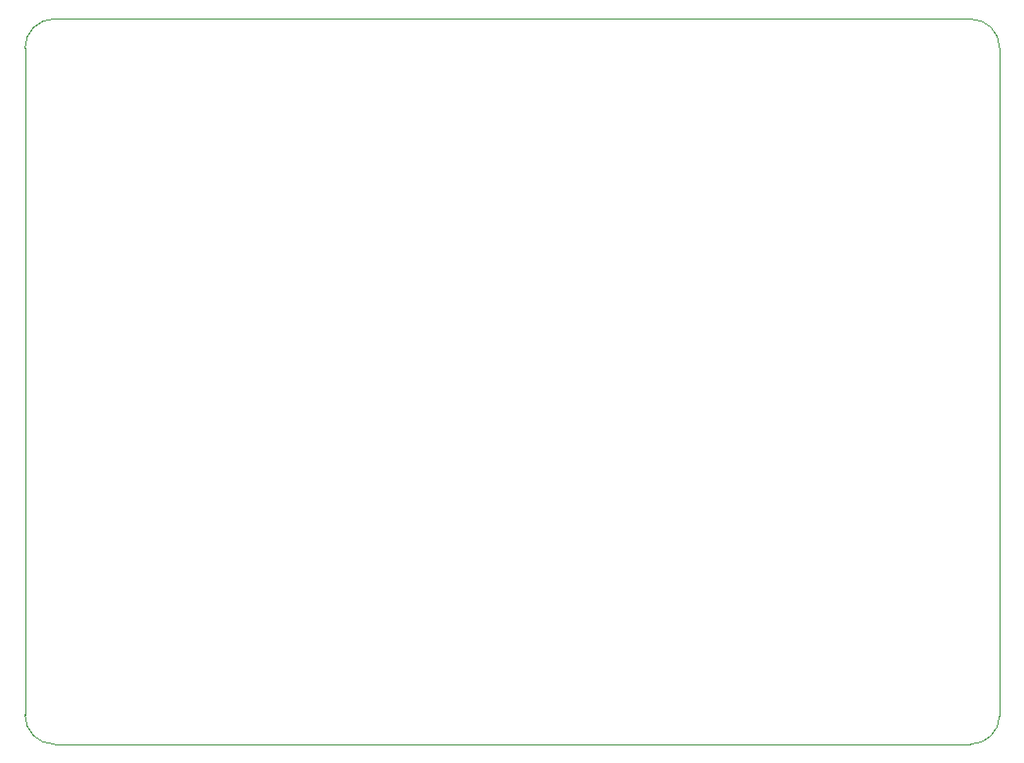
<source format=gbr>
%TF.GenerationSoftware,KiCad,Pcbnew,7.0.2*%
%TF.CreationDate,2023-10-16T21:02:00+02:00*%
%TF.ProjectId,interrupter,696e7465-7272-4757-9074-65722e6b6963,rev?*%
%TF.SameCoordinates,Original*%
%TF.FileFunction,Profile,NP*%
%FSLAX46Y46*%
G04 Gerber Fmt 4.6, Leading zero omitted, Abs format (unit mm)*
G04 Created by KiCad (PCBNEW 7.0.2) date 2023-10-16 21:02:00*
%MOMM*%
%LPD*%
G01*
G04 APERTURE LIST*
%TA.AperFunction,Profile*%
%ADD10C,0.100000*%
%TD*%
G04 APERTURE END LIST*
D10*
X106045000Y-27940000D02*
G75*
G03*
X103505000Y-25400000I-2540000J0D01*
G01*
X24130000Y-25400000D02*
G75*
G03*
X21590000Y-27940000I0J-2540000D01*
G01*
X21590021Y-85723579D02*
G75*
G03*
X24130000Y-88263579I2539979J-21D01*
G01*
X21590000Y-27940000D02*
X21590000Y-85723579D01*
X24130000Y-25400000D02*
X103505000Y-25400000D01*
X106044999Y-85808579D02*
X106045000Y-27940000D01*
X103505000Y-88265020D02*
G75*
G03*
X106044999Y-85808579I0J2541420D01*
G01*
X103505000Y-88265000D02*
X24130000Y-88263579D01*
M02*

</source>
